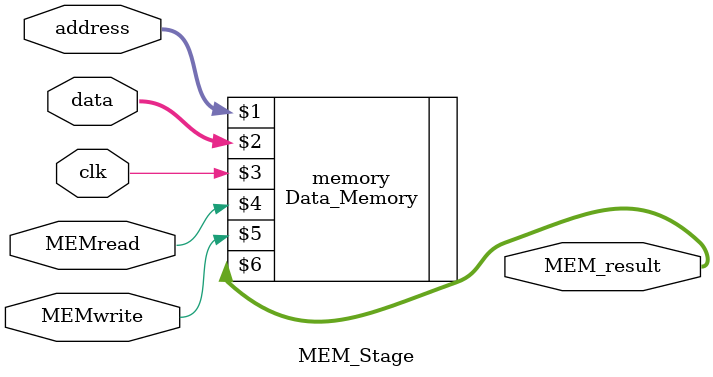
<source format=v>
`timescale 1ns/1ns

module MEM_Stage(
    input clk, MEMread, MEMwrite, 
    input [31:0] address, data, 
    output [31:0] MEM_result
);

  Data_Memory memory (address, data, clk, MEMread, MEMwrite, MEM_result);
endmodule
</source>
